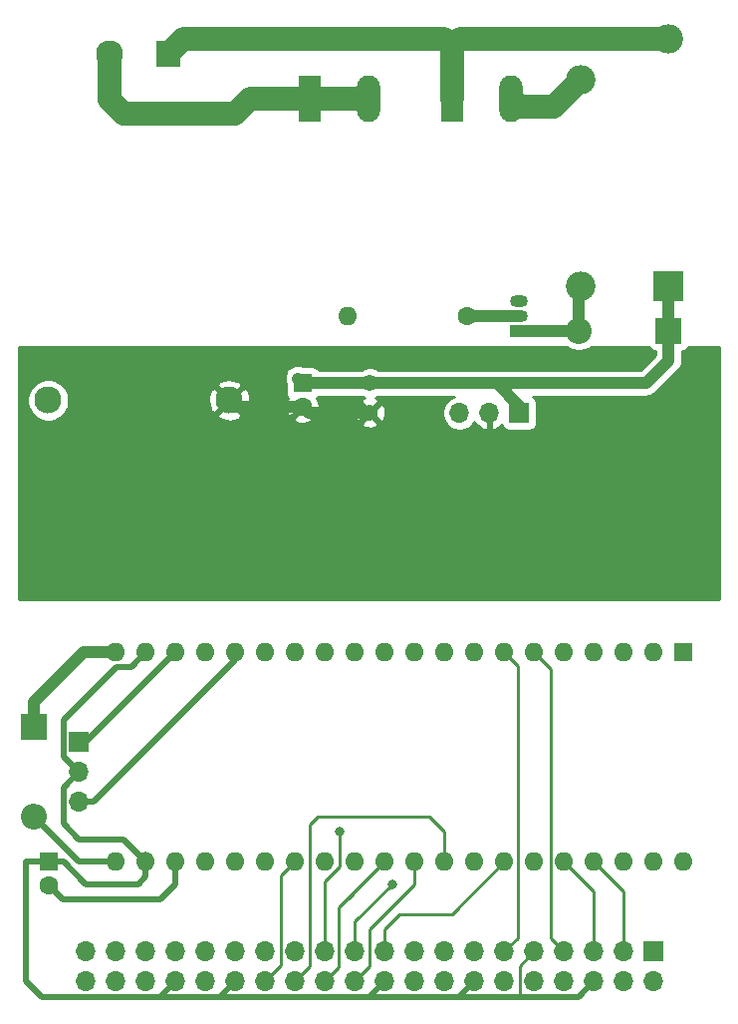
<source format=gbr>
%TF.GenerationSoftware,KiCad,Pcbnew,5.1.9-73d0e3b20d~88~ubuntu20.04.1*%
%TF.CreationDate,2021-03-24T09:58:02+01:00*%
%TF.ProjectId,TouchlessSwitch,546f7563-686c-4657-9373-537769746368,rev?*%
%TF.SameCoordinates,Original*%
%TF.FileFunction,Copper,L1,Top*%
%TF.FilePolarity,Positive*%
%FSLAX46Y46*%
G04 Gerber Fmt 4.6, Leading zero omitted, Abs format (unit mm)*
G04 Created by KiCad (PCBNEW 5.1.9-73d0e3b20d~88~ubuntu20.04.1) date 2021-03-24 09:58:02*
%MOMM*%
%LPD*%
G01*
G04 APERTURE LIST*
%TA.AperFunction,ComponentPad*%
%ADD10O,1.700000X1.700000*%
%TD*%
%TA.AperFunction,ComponentPad*%
%ADD11R,1.700000X1.700000*%
%TD*%
%TA.AperFunction,ComponentPad*%
%ADD12R,1.500000X1.050000*%
%TD*%
%TA.AperFunction,ComponentPad*%
%ADD13O,1.500000X1.050000*%
%TD*%
%TA.AperFunction,ComponentPad*%
%ADD14O,1.600000X1.600000*%
%TD*%
%TA.AperFunction,ComponentPad*%
%ADD15C,1.600000*%
%TD*%
%TA.AperFunction,ComponentPad*%
%ADD16O,2.200000X2.200000*%
%TD*%
%TA.AperFunction,ComponentPad*%
%ADD17R,2.200000X2.200000*%
%TD*%
%TA.AperFunction,ComponentPad*%
%ADD18O,1.980000X3.960000*%
%TD*%
%TA.AperFunction,ComponentPad*%
%ADD19R,1.980000X3.960000*%
%TD*%
%TA.AperFunction,ComponentPad*%
%ADD20O,2.500000X2.500000*%
%TD*%
%TA.AperFunction,ComponentPad*%
%ADD21R,2.500000X2.500000*%
%TD*%
%TA.AperFunction,ComponentPad*%
%ADD22R,1.600000X1.600000*%
%TD*%
%TA.AperFunction,ComponentPad*%
%ADD23C,2.300000*%
%TD*%
%TA.AperFunction,ComponentPad*%
%ADD24R,2.000000X2.300000*%
%TD*%
%TA.AperFunction,ComponentPad*%
%ADD25C,1.400000*%
%TD*%
%TA.AperFunction,ViaPad*%
%ADD26C,0.800000*%
%TD*%
%TA.AperFunction,Conductor*%
%ADD27C,1.000000*%
%TD*%
%TA.AperFunction,Conductor*%
%ADD28C,0.500000*%
%TD*%
%TA.AperFunction,Conductor*%
%ADD29C,0.250000*%
%TD*%
%TA.AperFunction,Conductor*%
%ADD30C,2.000000*%
%TD*%
%TA.AperFunction,Conductor*%
%ADD31C,0.254000*%
%TD*%
%TA.AperFunction,Conductor*%
%ADD32C,0.100000*%
%TD*%
G04 APERTURE END LIST*
D10*
%TO.P,K3,3*%
%TO.N,Net-(K3-Pad3)*%
X153035000Y-141605000D03*
%TO.P,K3,2*%
%TO.N,GND1*%
X153035000Y-139065000D03*
D11*
%TO.P,K3,1*%
%TO.N,+3V3*%
X153035000Y-136525000D03*
%TD*%
D10*
%TO.P,K5,3*%
%TO.N,Net-(K5-Pad3)*%
X185420000Y-108585000D03*
%TO.P,K5,2*%
%TO.N,GND*%
X187960000Y-108585000D03*
D11*
%TO.P,K5,1*%
%TO.N,Net-(C1-Pad1)*%
X190500000Y-108585000D03*
%TD*%
D12*
%TO.P,T1,1*%
%TO.N,Net-(D2-Pad2)*%
X190500000Y-101600000D03*
D13*
%TO.P,T1,3*%
%TO.N,GND*%
X190500000Y-99060000D03*
%TO.P,T1,2*%
%TO.N,Net-(R1-Pad1)*%
X190500000Y-100330000D03*
%TD*%
D14*
%TO.P,R1,2*%
%TO.N,Net-(K5-Pad3)*%
X175895000Y-100330000D03*
D15*
%TO.P,R1,1*%
%TO.N,Net-(R1-Pad1)*%
X186055000Y-100330000D03*
%TD*%
D16*
%TO.P,D2,2*%
%TO.N,Net-(D2-Pad2)*%
X195580000Y-101600000D03*
D17*
%TO.P,D2,1*%
%TO.N,Net-(C1-Pad1)*%
X203200000Y-101600000D03*
%TD*%
D18*
%TO.P,K2,2*%
%TO.N,Net-(K2-Pad1)*%
X177720000Y-81915000D03*
D19*
%TO.P,K2,1*%
X172720000Y-81915000D03*
%TD*%
D18*
%TO.P,K1,2*%
%TO.N,Net-(K1-Pad2)*%
X189785000Y-81915000D03*
D19*
%TO.P,K1,1*%
%TO.N,Net-(K1-Pad1)*%
X184785000Y-81915000D03*
%TD*%
D10*
%TO.P,K4,40*%
%TO.N,Net-(K4-Pad40)*%
X153670000Y-156845000D03*
%TO.P,K4,39*%
%TO.N,Net-(K4-Pad39)*%
X153670000Y-154305000D03*
%TO.P,K4,38*%
%TO.N,Net-(K4-Pad38)*%
X156210000Y-156845000D03*
%TO.P,K4,37*%
%TO.N,Net-(K4-Pad37)*%
X156210000Y-154305000D03*
%TO.P,K4,36*%
%TO.N,Net-(K4-Pad36)*%
X158750000Y-156845000D03*
%TO.P,K4,35*%
%TO.N,Net-(K4-Pad35)*%
X158750000Y-154305000D03*
%TO.P,K4,34*%
%TO.N,GND1*%
X161290000Y-156845000D03*
%TO.P,K4,33*%
%TO.N,Net-(K4-Pad33)*%
X161290000Y-154305000D03*
%TO.P,K4,32*%
%TO.N,Net-(K4-Pad32)*%
X163830000Y-156845000D03*
%TO.P,K4,31*%
%TO.N,Net-(K4-Pad31)*%
X163830000Y-154305000D03*
%TO.P,K4,30*%
%TO.N,GND1*%
X166370000Y-156845000D03*
%TO.P,K4,29*%
%TO.N,Net-(K4-Pad29)*%
X166370000Y-154305000D03*
%TO.P,K4,28*%
%TO.N,T_CS*%
X168910000Y-156845000D03*
%TO.P,K4,27*%
%TO.N,Net-(K4-Pad27)*%
X168910000Y-154305000D03*
%TO.P,K4,26*%
%TO.N,CS*%
X171450000Y-156845000D03*
%TO.P,K4,25*%
%TO.N,GND1*%
X171450000Y-154305000D03*
%TO.P,K4,24*%
%TO.N,RST*%
X173990000Y-156845000D03*
%TO.P,K4,23*%
%TO.N,Net-(K4-Pad23)*%
X173990000Y-154305000D03*
%TO.P,K4,22*%
%TO.N,DC*%
X176530000Y-156845000D03*
%TO.P,K4,21*%
%TO.N,Net-(K4-Pad21)*%
X176530000Y-154305000D03*
%TO.P,K4,20*%
%TO.N,GND1*%
X179070000Y-156845000D03*
%TO.P,K4,19*%
%TO.N,Net-(K4-Pad19)*%
X179070000Y-154305000D03*
%TO.P,K4,18*%
%TO.N,Net-(K4-Pad18)*%
X181610000Y-156845000D03*
%TO.P,K4,17*%
%TO.N,+3V3*%
X181610000Y-154305000D03*
%TO.P,K4,16*%
%TO.N,Net-(K4-Pad16)*%
X184150000Y-156845000D03*
%TO.P,K4,15*%
%TO.N,Net-(K4-Pad15)*%
X184150000Y-154305000D03*
%TO.P,K4,14*%
%TO.N,GND1*%
X186690000Y-156845000D03*
%TO.P,K4,13*%
%TO.N,Net-(K4-Pad13)*%
X186690000Y-154305000D03*
%TO.P,K4,12*%
%TO.N,Net-(K4-Pad12)*%
X189230000Y-156845000D03*
%TO.P,K4,11*%
%TO.N,MGC_RST*%
X189230000Y-154305000D03*
%TO.P,K4,10*%
%TO.N,Net-(K4-Pad10)*%
X191770000Y-156845000D03*
%TO.P,K4,9*%
%TO.N,GND1*%
X191770000Y-154305000D03*
%TO.P,K4,8*%
%TO.N,Net-(K4-Pad8)*%
X194310000Y-156845000D03*
%TO.P,K4,7*%
%TO.N,INT*%
X194310000Y-154305000D03*
%TO.P,K4,6*%
%TO.N,GND1*%
X196850000Y-156845000D03*
%TO.P,K4,5*%
%TO.N,Net-(K4-Pad5)*%
X196850000Y-154305000D03*
%TO.P,K4,4*%
%TO.N,5V*%
X199390000Y-156845000D03*
%TO.P,K4,3*%
%TO.N,Net-(K4-Pad3)*%
X199390000Y-154305000D03*
%TO.P,K4,2*%
%TO.N,5V*%
X201930000Y-156845000D03*
D11*
%TO.P,K4,1*%
%TO.N,+3V3*%
X201930000Y-154305000D03*
%TD*%
D20*
%TO.P,RE1,6*%
%TO.N,Net-(D2-Pad2)*%
X195700000Y-97790000D03*
%TO.P,RE1,5*%
%TO.N,Net-(K1-Pad2)*%
X195700000Y-80290000D03*
%TO.P,RE1,3*%
%TO.N,Net-(K1-Pad1)*%
X203200000Y-76790000D03*
D21*
%TO.P,RE1,1*%
%TO.N,Net-(C1-Pad1)*%
X203200000Y-97790000D03*
%TD*%
D14*
%TO.P,MOD3,40*%
%TO.N,Net-(MOD3-Pad40)*%
X204470000Y-146685000D03*
%TO.P,MOD3,20*%
%TO.N,5V*%
X156210000Y-128905000D03*
%TO.P,MOD3,39*%
%TO.N,Net-(MOD3-Pad39)*%
X201930000Y-146685000D03*
%TO.P,MOD3,19*%
%TO.N,GND1*%
X158750000Y-128905000D03*
%TO.P,MOD3,38*%
%TO.N,Net-(MOD3-Pad38)*%
X199390000Y-146685000D03*
%TO.P,MOD3,18*%
%TO.N,+3V3*%
X161290000Y-128905000D03*
%TO.P,MOD3,37*%
%TO.N,Net-(K4-Pad3)*%
X196850000Y-146685000D03*
%TO.P,MOD3,17*%
%TO.N,Net-(MOD3-Pad17)*%
X163830000Y-128905000D03*
%TO.P,MOD3,36*%
%TO.N,Net-(K4-Pad5)*%
X194310000Y-146685000D03*
%TO.P,MOD3,16*%
%TO.N,Net-(K3-Pad3)*%
X166370000Y-128905000D03*
%TO.P,MOD3,35*%
%TO.N,Net-(K4-Pad21)*%
X191770000Y-146685000D03*
%TO.P,MOD3,15*%
%TO.N,Net-(MOD3-Pad15)*%
X168910000Y-128905000D03*
%TO.P,MOD3,34*%
%TO.N,Net-(K4-Pad19)*%
X189230000Y-146685000D03*
%TO.P,MOD3,14*%
%TO.N,Net-(MOD3-Pad14)*%
X171450000Y-128905000D03*
%TO.P,MOD3,33*%
%TO.N,Net-(K4-Pad23)*%
X186690000Y-146685000D03*
%TO.P,MOD3,13*%
%TO.N,Net-(MOD3-Pad13)*%
X173990000Y-128905000D03*
%TO.P,MOD3,32*%
%TO.N,CS*%
X184150000Y-146685000D03*
%TO.P,MOD3,12*%
%TO.N,Net-(MOD3-Pad12)*%
X176530000Y-128905000D03*
%TO.P,MOD3,31*%
%TO.N,DC*%
X181610000Y-146685000D03*
%TO.P,MOD3,11*%
%TO.N,Net-(MOD3-Pad11)*%
X179070000Y-128905000D03*
%TO.P,MOD3,30*%
%TO.N,RST*%
X179070000Y-146685000D03*
%TO.P,MOD3,10*%
%TO.N,Net-(MOD3-Pad10)*%
X181610000Y-128905000D03*
%TO.P,MOD3,29*%
%TO.N,Net-(MOD3-Pad29)*%
X176530000Y-146685000D03*
%TO.P,MOD3,9*%
%TO.N,Net-(MOD3-Pad9)*%
X184150000Y-128905000D03*
%TO.P,MOD3,28*%
%TO.N,Net-(MOD3-Pad28)*%
X173990000Y-146685000D03*
%TO.P,MOD3,8*%
%TO.N,Net-(MOD3-Pad8)*%
X186690000Y-128905000D03*
%TO.P,MOD3,27*%
%TO.N,T_CS*%
X171450000Y-146685000D03*
%TO.P,MOD3,7*%
%TO.N,MGC_RST*%
X189230000Y-128905000D03*
%TO.P,MOD3,26*%
%TO.N,Net-(MOD3-Pad26)*%
X168910000Y-146685000D03*
%TO.P,MOD3,6*%
%TO.N,INT*%
X191770000Y-128905000D03*
%TO.P,MOD3,25*%
%TO.N,Net-(MOD3-Pad25)*%
X166370000Y-146685000D03*
%TO.P,MOD3,5*%
%TO.N,Net-(MOD3-Pad5)*%
X194310000Y-128905000D03*
%TO.P,MOD3,24*%
%TO.N,Net-(MOD3-Pad24)*%
X163830000Y-146685000D03*
%TO.P,MOD3,4*%
%TO.N,Net-(MOD3-Pad4)*%
X196850000Y-128905000D03*
%TO.P,MOD3,23*%
%TO.N,Net-(C4-Pad2)*%
X161290000Y-146685000D03*
%TO.P,MOD3,3*%
%TO.N,Net-(MOD3-Pad3)*%
X199390000Y-128905000D03*
%TO.P,MOD3,22*%
%TO.N,GND1*%
X158750000Y-146685000D03*
%TO.P,MOD3,2*%
%TO.N,Net-(MOD3-Pad2)*%
X201930000Y-128905000D03*
%TO.P,MOD3,21*%
%TO.N,Net-(D1-Pad2)*%
X156210000Y-146685000D03*
D22*
%TO.P,MOD3,1*%
%TO.N,Net-(MOD3-Pad1)*%
X204470000Y-128905000D03*
%TD*%
D23*
%TO.P,MOD1,4*%
%TO.N,Net-(C1-Pad1)*%
X150455000Y-107505000D03*
%TO.P,MOD1,2*%
%TO.N,Net-(K2-Pad1)*%
X155655000Y-78105000D03*
D24*
%TO.P,MOD1,1*%
%TO.N,Net-(K1-Pad1)*%
X160655000Y-78105000D03*
D23*
%TO.P,MOD1,3*%
%TO.N,GND*%
X165855000Y-107505000D03*
%TD*%
D16*
%TO.P,D1,2*%
%TO.N,Net-(D1-Pad2)*%
X149225000Y-142875000D03*
D17*
%TO.P,D1,1*%
%TO.N,5V*%
X149225000Y-135255000D03*
%TD*%
D15*
%TO.P,C4,2*%
%TO.N,Net-(C4-Pad2)*%
X150495000Y-148685000D03*
D22*
%TO.P,C4,1*%
%TO.N,GND1*%
X150495000Y-146685000D03*
%TD*%
D25*
%TO.P,C2,2*%
%TO.N,GND*%
X177800000Y-108545000D03*
%TO.P,C2,1*%
%TO.N,Net-(C1-Pad1)*%
X177800000Y-106045000D03*
%TD*%
D15*
%TO.P,C1,2*%
%TO.N,GND*%
X172085000Y-108045000D03*
D22*
%TO.P,C1,1*%
%TO.N,Net-(C1-Pad1)*%
X172085000Y-106045000D03*
%TD*%
D26*
%TO.N,Net-(K4-Pad23)*%
X175260000Y-144145000D03*
%TO.N,Net-(K4-Pad21)*%
X179705000Y-148590000D03*
%TD*%
D27*
%TO.N,GND*%
X166395000Y-108045000D02*
X172085000Y-108045000D01*
X165855000Y-107505000D02*
X166395000Y-108045000D01*
X172585000Y-108545000D02*
X172085000Y-108045000D01*
X177800000Y-108545000D02*
X172585000Y-108545000D01*
D28*
%TO.N,GND1*%
X158750000Y-146685000D02*
X158750000Y-147955000D01*
X158750000Y-147955000D02*
X158115000Y-148590000D01*
X158115000Y-148590000D02*
X153670000Y-148590000D01*
X151765000Y-146685000D02*
X150495000Y-146685000D01*
X153670000Y-148590000D02*
X151765000Y-146685000D01*
X158750000Y-146050000D02*
X158750000Y-146685000D01*
X161290000Y-156845000D02*
X159989999Y-158145001D01*
X149890001Y-158145001D02*
X148590000Y-156845000D01*
X148590000Y-156845000D02*
X148590000Y-146685000D01*
X165069999Y-158145001D02*
X166370000Y-156845000D01*
X159415001Y-158145001D02*
X165069999Y-158145001D01*
X159989999Y-158145001D02*
X159415001Y-158145001D01*
X159415001Y-158145001D02*
X149890001Y-158145001D01*
X177769999Y-158145001D02*
X179070000Y-156845000D01*
X165069999Y-158145001D02*
X177769999Y-158145001D01*
X185389999Y-158145001D02*
X186690000Y-156845000D01*
X177769999Y-158145001D02*
X185389999Y-158145001D01*
X195549999Y-158145001D02*
X196850000Y-156845000D01*
D29*
X191770000Y-154305000D02*
X190530001Y-155544999D01*
X190530001Y-155544999D02*
X190530001Y-158145001D01*
D28*
X190530001Y-158145001D02*
X195549999Y-158145001D01*
X185389999Y-158145001D02*
X190530001Y-158145001D01*
X148590000Y-146685000D02*
X150495000Y-146685000D01*
%TO.N,+3V3*%
X153670000Y-136525000D02*
X161290000Y-128905000D01*
X153035000Y-136525000D02*
X153670000Y-136525000D01*
D29*
%TO.N,RST*%
X173990000Y-156845000D02*
X175165001Y-155669999D01*
X175165001Y-152940001D02*
X175165001Y-151859999D01*
X175165001Y-155669999D02*
X175165001Y-152940001D01*
X175165001Y-152940001D02*
X175165001Y-152494999D01*
X175985000Y-149770000D02*
X179070000Y-146685000D01*
X175165001Y-150589999D02*
X179070000Y-146685000D01*
X175165001Y-151859999D02*
X175165001Y-150589999D01*
D28*
%TO.N,Net-(D1-Pad2)*%
X156210000Y-146685000D02*
X154305000Y-146685000D01*
X153035000Y-146685000D02*
X154305000Y-146685000D01*
X149225000Y-142875000D02*
X153035000Y-146685000D01*
D27*
%TO.N,Net-(C1-Pad1)*%
X172085000Y-106045000D02*
X171694999Y-105654999D01*
X172085000Y-106045000D02*
X177800000Y-106045000D01*
X203200000Y-97790000D02*
X203200000Y-101600000D01*
X203200000Y-104140000D02*
X203200000Y-101600000D01*
X201295000Y-106045000D02*
X203200000Y-104140000D01*
D30*
%TO.N,Net-(K1-Pad1)*%
X203200000Y-76790000D02*
X185465000Y-76790000D01*
X184785000Y-77470000D02*
X184785000Y-81915000D01*
X185465000Y-76790000D02*
X184785000Y-77470000D01*
X161925000Y-76835000D02*
X184150000Y-76835000D01*
X184150000Y-76835000D02*
X184785000Y-77470000D01*
X160655000Y-78105000D02*
X161925000Y-76835000D01*
%TO.N,Net-(K2-Pad1)*%
X155655000Y-78105000D02*
X155655000Y-81995000D01*
X172720000Y-81915000D02*
X167640000Y-81915000D01*
X167640000Y-81915000D02*
X166370000Y-83185000D01*
X166370000Y-83185000D02*
X156845000Y-83185000D01*
X155655000Y-81995000D02*
X156845000Y-83185000D01*
X172720000Y-81915000D02*
X177720000Y-81915000D01*
D29*
%TO.N,T_CS*%
X170274999Y-147860001D02*
X171450000Y-146685000D01*
X170274999Y-155480001D02*
X170274999Y-147860001D01*
X168910000Y-156845000D02*
X170274999Y-155480001D01*
%TO.N,CS*%
X184150000Y-144145000D02*
X184150000Y-146685000D01*
X182880000Y-142875000D02*
X184150000Y-144145000D01*
X173355000Y-142875000D02*
X182880000Y-142875000D01*
X172720000Y-143510000D02*
X173355000Y-142875000D01*
X172720000Y-155575000D02*
X172720000Y-143510000D01*
X171450000Y-156845000D02*
X172720000Y-155575000D01*
%TO.N,Net-(K4-Pad23)*%
X175260000Y-147080002D02*
X175260000Y-144145000D01*
X173990000Y-148350002D02*
X175260000Y-147080002D01*
X173990000Y-154305000D02*
X173990000Y-148350002D01*
%TO.N,DC*%
X181610000Y-148590000D02*
X181610000Y-146685000D01*
X177800000Y-152400000D02*
X181610000Y-148590000D01*
X177800000Y-155575000D02*
X177800000Y-152400000D01*
X176530000Y-156845000D02*
X177800000Y-155575000D01*
%TO.N,Net-(K4-Pad21)*%
X179705000Y-148590000D02*
X176530000Y-151765000D01*
X176530000Y-151765000D02*
X176530000Y-154305000D01*
%TO.N,Net-(K4-Pad19)*%
X189230000Y-146685000D02*
X184785000Y-151130000D01*
X184785000Y-151130000D02*
X180340000Y-151130000D01*
X179070000Y-152400000D02*
X179070000Y-154305000D01*
X180340000Y-151130000D02*
X179070000Y-152400000D01*
%TO.N,Net-(K4-Pad5)*%
X194310000Y-146685000D02*
X196850000Y-149225000D01*
X196850000Y-149225000D02*
X196850000Y-154305000D01*
D27*
%TO.N,5V*%
X153475000Y-128905000D02*
X156210000Y-128905000D01*
X149225000Y-133155000D02*
X153475000Y-128905000D01*
X149225000Y-135255000D02*
X149225000Y-133155000D01*
D29*
%TO.N,Net-(K4-Pad3)*%
X199390000Y-149225000D02*
X196850000Y-146685000D01*
X199390000Y-154305000D02*
X199390000Y-149225000D01*
D30*
%TO.N,Net-(K1-Pad2)*%
X189785000Y-81915000D02*
X189865000Y-81915000D01*
X189865000Y-81915000D02*
X190500000Y-82550000D01*
X193440000Y-82550000D02*
X195700000Y-80290000D01*
X190500000Y-82550000D02*
X193440000Y-82550000D01*
D27*
%TO.N,Net-(D2-Pad2)*%
X190500000Y-101600000D02*
X195580000Y-101600000D01*
X195580000Y-97910000D02*
X195700000Y-97790000D01*
X195580000Y-101600000D02*
X195580000Y-97910000D01*
%TO.N,Net-(R1-Pad1)*%
X186055000Y-100330000D02*
X190500000Y-100330000D01*
%TO.N,Net-(C1-Pad1)*%
X190500000Y-108585000D02*
X190500000Y-107950000D01*
X188595000Y-106045000D02*
X201295000Y-106045000D01*
X190500000Y-107950000D02*
X188595000Y-106045000D01*
X177800000Y-106045000D02*
X188595000Y-106045000D01*
D28*
%TO.N,Net-(C4-Pad2)*%
X161290000Y-148590000D02*
X161290000Y-146685000D01*
X160020000Y-149860000D02*
X161290000Y-148590000D01*
X151670000Y-149860000D02*
X160020000Y-149860000D01*
X150495000Y-148685000D02*
X151670000Y-149860000D01*
D29*
%TO.N,MGC_RST*%
X190355001Y-130030001D02*
X189230000Y-128905000D01*
X190355001Y-153179999D02*
X190355001Y-130030001D01*
X189230000Y-154305000D02*
X190355001Y-153179999D01*
%TO.N,INT*%
X193184999Y-153179999D02*
X194310000Y-154305000D01*
X193184999Y-130319999D02*
X193184999Y-153179999D01*
X191770000Y-128905000D02*
X193184999Y-130319999D01*
D28*
%TO.N,GND1*%
X151734999Y-137764999D02*
X153035000Y-139065000D01*
X151734999Y-134650001D02*
X151734999Y-137764999D01*
X156229999Y-130155001D02*
X151734999Y-134650001D01*
X157499999Y-130155001D02*
X156229999Y-130155001D01*
X158750000Y-128905000D02*
X157499999Y-130155001D01*
X153035000Y-139065000D02*
X151734999Y-140365001D01*
X151734999Y-140365001D02*
X151734999Y-143479999D01*
X158750000Y-146685000D02*
X156845000Y-144780000D01*
X153035000Y-144780000D02*
X151734999Y-143479999D01*
X156845000Y-144780000D02*
X153035000Y-144780000D01*
%TO.N,Net-(K3-Pad3)*%
X153035000Y-141605000D02*
X154305000Y-141605000D01*
X166370000Y-129540000D02*
X166370000Y-128905000D01*
X154305000Y-141605000D02*
X166370000Y-129540000D01*
%TD*%
D31*
%TO.N,GND*%
X194758169Y-103137537D02*
X195073919Y-103268325D01*
X195409117Y-103335000D01*
X195750883Y-103335000D01*
X196086081Y-103268325D01*
X196401831Y-103137537D01*
X196612160Y-102997000D01*
X201538731Y-102997000D01*
X201569463Y-103054494D01*
X201648815Y-103151185D01*
X201745506Y-103230537D01*
X201855820Y-103289502D01*
X201975518Y-103325812D01*
X202065000Y-103334625D01*
X202065000Y-103669868D01*
X200824869Y-104910000D01*
X188650751Y-104910000D01*
X188595000Y-104904509D01*
X188539249Y-104910000D01*
X178504288Y-104910000D01*
X178432359Y-104861939D01*
X178189405Y-104761304D01*
X177931486Y-104710000D01*
X177668514Y-104710000D01*
X177410595Y-104761304D01*
X177167641Y-104861939D01*
X177095712Y-104910000D01*
X173425957Y-104910000D01*
X173415537Y-104890506D01*
X173336185Y-104793815D01*
X173239494Y-104714463D01*
X173129180Y-104655498D01*
X173009482Y-104619188D01*
X172885000Y-104606928D01*
X172141931Y-104606928D01*
X172131445Y-104601323D01*
X171917497Y-104536422D01*
X171694999Y-104514508D01*
X171472501Y-104536422D01*
X171258553Y-104601323D01*
X171239724Y-104611387D01*
X171160518Y-104619188D01*
X171040820Y-104655498D01*
X170930506Y-104714463D01*
X170833815Y-104793815D01*
X170754463Y-104890506D01*
X170695498Y-105000820D01*
X170659188Y-105120518D01*
X170651387Y-105199724D01*
X170641323Y-105218553D01*
X170576422Y-105432501D01*
X170554508Y-105654999D01*
X170576422Y-105877497D01*
X170641323Y-106091445D01*
X170646928Y-106101931D01*
X170646928Y-106845000D01*
X170659188Y-106969482D01*
X170695498Y-107089180D01*
X170754463Y-107199494D01*
X170833815Y-107296185D01*
X170846758Y-107306807D01*
X170727429Y-107558996D01*
X170658700Y-107833184D01*
X170644783Y-108115512D01*
X170686213Y-108395130D01*
X170781397Y-108661292D01*
X170848329Y-108786514D01*
X171092298Y-108858097D01*
X171905395Y-108045000D01*
X171891253Y-108030858D01*
X172070858Y-107851253D01*
X172085000Y-107865395D01*
X172099143Y-107851253D01*
X172278748Y-108030858D01*
X172264605Y-108045000D01*
X173077702Y-108858097D01*
X173321671Y-108786514D01*
X173400710Y-108619473D01*
X176460610Y-108619473D01*
X176500875Y-108879344D01*
X176591065Y-109126366D01*
X176644963Y-109227203D01*
X176878731Y-109286664D01*
X177620395Y-108545000D01*
X177979605Y-108545000D01*
X178721269Y-109286664D01*
X178955037Y-109227203D01*
X179065934Y-108988758D01*
X179128183Y-108733260D01*
X179139390Y-108470527D01*
X179099125Y-108210656D01*
X179008935Y-107963634D01*
X178955037Y-107862797D01*
X178721269Y-107803336D01*
X177979605Y-108545000D01*
X177620395Y-108545000D01*
X176878731Y-107803336D01*
X176644963Y-107862797D01*
X176534066Y-108101242D01*
X176471817Y-108356740D01*
X176460610Y-108619473D01*
X173400710Y-108619473D01*
X173442571Y-108531004D01*
X173511300Y-108256816D01*
X173525217Y-107974488D01*
X173483787Y-107694870D01*
X173388603Y-107428708D01*
X173323384Y-107306691D01*
X173336185Y-107296185D01*
X173415537Y-107199494D01*
X173425957Y-107180000D01*
X177095712Y-107180000D01*
X177167641Y-107228061D01*
X177330118Y-107295361D01*
X177218634Y-107336065D01*
X177117797Y-107389963D01*
X177058336Y-107623731D01*
X177800000Y-108365395D01*
X178541664Y-107623731D01*
X178482203Y-107389963D01*
X178274596Y-107293408D01*
X178432359Y-107228061D01*
X178504288Y-107180000D01*
X184931479Y-107180000D01*
X184716589Y-107269010D01*
X184473368Y-107431525D01*
X184266525Y-107638368D01*
X184104010Y-107881589D01*
X183992068Y-108151842D01*
X183935000Y-108438740D01*
X183935000Y-108731260D01*
X183992068Y-109018158D01*
X184104010Y-109288411D01*
X184266525Y-109531632D01*
X184473368Y-109738475D01*
X184716589Y-109900990D01*
X184986842Y-110012932D01*
X185273740Y-110070000D01*
X185566260Y-110070000D01*
X185853158Y-110012932D01*
X186123411Y-109900990D01*
X186366632Y-109738475D01*
X186573475Y-109531632D01*
X186695195Y-109349466D01*
X186764822Y-109466355D01*
X186959731Y-109682588D01*
X187193080Y-109856641D01*
X187455901Y-109981825D01*
X187603110Y-110026476D01*
X187833000Y-109905155D01*
X187833000Y-108712000D01*
X187813000Y-108712000D01*
X187813000Y-108458000D01*
X187833000Y-108458000D01*
X187833000Y-108438000D01*
X188087000Y-108438000D01*
X188087000Y-108458000D01*
X188107000Y-108458000D01*
X188107000Y-108712000D01*
X188087000Y-108712000D01*
X188087000Y-109905155D01*
X188316890Y-110026476D01*
X188464099Y-109981825D01*
X188726920Y-109856641D01*
X188960269Y-109682588D01*
X189036034Y-109598534D01*
X189060498Y-109679180D01*
X189119463Y-109789494D01*
X189198815Y-109886185D01*
X189295506Y-109965537D01*
X189405820Y-110024502D01*
X189525518Y-110060812D01*
X189650000Y-110073072D01*
X191350000Y-110073072D01*
X191474482Y-110060812D01*
X191594180Y-110024502D01*
X191704494Y-109965537D01*
X191801185Y-109886185D01*
X191880537Y-109789494D01*
X191939502Y-109679180D01*
X191975812Y-109559482D01*
X191988072Y-109435000D01*
X191988072Y-107735000D01*
X191975812Y-107610518D01*
X191939502Y-107490820D01*
X191880537Y-107380506D01*
X191801185Y-107283815D01*
X191704494Y-107204463D01*
X191658728Y-107180000D01*
X201239249Y-107180000D01*
X201295000Y-107185491D01*
X201350751Y-107180000D01*
X201350752Y-107180000D01*
X201517499Y-107163577D01*
X201731447Y-107098676D01*
X201928623Y-106993284D01*
X202101449Y-106851449D01*
X202136996Y-106808135D01*
X203963141Y-104981991D01*
X204006449Y-104946449D01*
X204148284Y-104773623D01*
X204253676Y-104576447D01*
X204318577Y-104362499D01*
X204335000Y-104195752D01*
X204335000Y-104195751D01*
X204340491Y-104140000D01*
X204335000Y-104084248D01*
X204335000Y-103334625D01*
X204424482Y-103325812D01*
X204544180Y-103289502D01*
X204654494Y-103230537D01*
X204751185Y-103151185D01*
X204830537Y-103054494D01*
X204861269Y-102997000D01*
X207518000Y-102997000D01*
X207518000Y-124435000D01*
X147980000Y-124435000D01*
X147980000Y-107329193D01*
X148670000Y-107329193D01*
X148670000Y-107680807D01*
X148738596Y-108025665D01*
X148873153Y-108350515D01*
X149068500Y-108642871D01*
X149317129Y-108891500D01*
X149609485Y-109086847D01*
X149934335Y-109221404D01*
X150279193Y-109290000D01*
X150630807Y-109290000D01*
X150975665Y-109221404D01*
X151300515Y-109086847D01*
X151592871Y-108891500D01*
X151737022Y-108747349D01*
X164792256Y-108747349D01*
X164906118Y-109027090D01*
X165221296Y-109182961D01*
X165560826Y-109274349D01*
X165911661Y-109297741D01*
X166260319Y-109252240D01*
X166593400Y-109139594D01*
X166784028Y-109037702D01*
X171271903Y-109037702D01*
X171343486Y-109281671D01*
X171598996Y-109402571D01*
X171873184Y-109471300D01*
X172155512Y-109485217D01*
X172283395Y-109466269D01*
X177058336Y-109466269D01*
X177117797Y-109700037D01*
X177356242Y-109810934D01*
X177611740Y-109873183D01*
X177874473Y-109884390D01*
X178134344Y-109844125D01*
X178381366Y-109753935D01*
X178482203Y-109700037D01*
X178541664Y-109466269D01*
X177800000Y-108724605D01*
X177058336Y-109466269D01*
X172283395Y-109466269D01*
X172435130Y-109443787D01*
X172701292Y-109348603D01*
X172826514Y-109281671D01*
X172898097Y-109037702D01*
X172085000Y-108224605D01*
X171271903Y-109037702D01*
X166784028Y-109037702D01*
X166803882Y-109027090D01*
X166917744Y-108747349D01*
X165855000Y-107684605D01*
X164792256Y-108747349D01*
X151737022Y-108747349D01*
X151841500Y-108642871D01*
X152036847Y-108350515D01*
X152171404Y-108025665D01*
X152240000Y-107680807D01*
X152240000Y-107561661D01*
X164062259Y-107561661D01*
X164107760Y-107910319D01*
X164220406Y-108243400D01*
X164332910Y-108453882D01*
X164612651Y-108567744D01*
X165675395Y-107505000D01*
X166034605Y-107505000D01*
X167097349Y-108567744D01*
X167377090Y-108453882D01*
X167532961Y-108138704D01*
X167624349Y-107799174D01*
X167647741Y-107448339D01*
X167602240Y-107099681D01*
X167489594Y-106766600D01*
X167377090Y-106556118D01*
X167097349Y-106442256D01*
X166034605Y-107505000D01*
X165675395Y-107505000D01*
X164612651Y-106442256D01*
X164332910Y-106556118D01*
X164177039Y-106871296D01*
X164085651Y-107210826D01*
X164062259Y-107561661D01*
X152240000Y-107561661D01*
X152240000Y-107329193D01*
X152171404Y-106984335D01*
X152036847Y-106659485D01*
X151841500Y-106367129D01*
X151737022Y-106262651D01*
X164792256Y-106262651D01*
X165855000Y-107325395D01*
X166917744Y-106262651D01*
X166803882Y-105982910D01*
X166488704Y-105827039D01*
X166149174Y-105735651D01*
X165798339Y-105712259D01*
X165449681Y-105757760D01*
X165116600Y-105870406D01*
X164906118Y-105982910D01*
X164792256Y-106262651D01*
X151737022Y-106262651D01*
X151592871Y-106118500D01*
X151300515Y-105923153D01*
X150975665Y-105788596D01*
X150630807Y-105720000D01*
X150279193Y-105720000D01*
X149934335Y-105788596D01*
X149609485Y-105923153D01*
X149317129Y-106118500D01*
X149068500Y-106367129D01*
X148873153Y-106659485D01*
X148738596Y-106984335D01*
X148670000Y-107329193D01*
X147980000Y-107329193D01*
X147980000Y-102997000D01*
X194547840Y-102997000D01*
X194758169Y-103137537D01*
%TA.AperFunction,Conductor*%
D32*
G36*
X194758169Y-103137537D02*
G01*
X195073919Y-103268325D01*
X195409117Y-103335000D01*
X195750883Y-103335000D01*
X196086081Y-103268325D01*
X196401831Y-103137537D01*
X196612160Y-102997000D01*
X201538731Y-102997000D01*
X201569463Y-103054494D01*
X201648815Y-103151185D01*
X201745506Y-103230537D01*
X201855820Y-103289502D01*
X201975518Y-103325812D01*
X202065000Y-103334625D01*
X202065000Y-103669868D01*
X200824869Y-104910000D01*
X188650751Y-104910000D01*
X188595000Y-104904509D01*
X188539249Y-104910000D01*
X178504288Y-104910000D01*
X178432359Y-104861939D01*
X178189405Y-104761304D01*
X177931486Y-104710000D01*
X177668514Y-104710000D01*
X177410595Y-104761304D01*
X177167641Y-104861939D01*
X177095712Y-104910000D01*
X173425957Y-104910000D01*
X173415537Y-104890506D01*
X173336185Y-104793815D01*
X173239494Y-104714463D01*
X173129180Y-104655498D01*
X173009482Y-104619188D01*
X172885000Y-104606928D01*
X172141931Y-104606928D01*
X172131445Y-104601323D01*
X171917497Y-104536422D01*
X171694999Y-104514508D01*
X171472501Y-104536422D01*
X171258553Y-104601323D01*
X171239724Y-104611387D01*
X171160518Y-104619188D01*
X171040820Y-104655498D01*
X170930506Y-104714463D01*
X170833815Y-104793815D01*
X170754463Y-104890506D01*
X170695498Y-105000820D01*
X170659188Y-105120518D01*
X170651387Y-105199724D01*
X170641323Y-105218553D01*
X170576422Y-105432501D01*
X170554508Y-105654999D01*
X170576422Y-105877497D01*
X170641323Y-106091445D01*
X170646928Y-106101931D01*
X170646928Y-106845000D01*
X170659188Y-106969482D01*
X170695498Y-107089180D01*
X170754463Y-107199494D01*
X170833815Y-107296185D01*
X170846758Y-107306807D01*
X170727429Y-107558996D01*
X170658700Y-107833184D01*
X170644783Y-108115512D01*
X170686213Y-108395130D01*
X170781397Y-108661292D01*
X170848329Y-108786514D01*
X171092298Y-108858097D01*
X171905395Y-108045000D01*
X171891253Y-108030858D01*
X172070858Y-107851253D01*
X172085000Y-107865395D01*
X172099143Y-107851253D01*
X172278748Y-108030858D01*
X172264605Y-108045000D01*
X173077702Y-108858097D01*
X173321671Y-108786514D01*
X173400710Y-108619473D01*
X176460610Y-108619473D01*
X176500875Y-108879344D01*
X176591065Y-109126366D01*
X176644963Y-109227203D01*
X176878731Y-109286664D01*
X177620395Y-108545000D01*
X177979605Y-108545000D01*
X178721269Y-109286664D01*
X178955037Y-109227203D01*
X179065934Y-108988758D01*
X179128183Y-108733260D01*
X179139390Y-108470527D01*
X179099125Y-108210656D01*
X179008935Y-107963634D01*
X178955037Y-107862797D01*
X178721269Y-107803336D01*
X177979605Y-108545000D01*
X177620395Y-108545000D01*
X176878731Y-107803336D01*
X176644963Y-107862797D01*
X176534066Y-108101242D01*
X176471817Y-108356740D01*
X176460610Y-108619473D01*
X173400710Y-108619473D01*
X173442571Y-108531004D01*
X173511300Y-108256816D01*
X173525217Y-107974488D01*
X173483787Y-107694870D01*
X173388603Y-107428708D01*
X173323384Y-107306691D01*
X173336185Y-107296185D01*
X173415537Y-107199494D01*
X173425957Y-107180000D01*
X177095712Y-107180000D01*
X177167641Y-107228061D01*
X177330118Y-107295361D01*
X177218634Y-107336065D01*
X177117797Y-107389963D01*
X177058336Y-107623731D01*
X177800000Y-108365395D01*
X178541664Y-107623731D01*
X178482203Y-107389963D01*
X178274596Y-107293408D01*
X178432359Y-107228061D01*
X178504288Y-107180000D01*
X184931479Y-107180000D01*
X184716589Y-107269010D01*
X184473368Y-107431525D01*
X184266525Y-107638368D01*
X184104010Y-107881589D01*
X183992068Y-108151842D01*
X183935000Y-108438740D01*
X183935000Y-108731260D01*
X183992068Y-109018158D01*
X184104010Y-109288411D01*
X184266525Y-109531632D01*
X184473368Y-109738475D01*
X184716589Y-109900990D01*
X184986842Y-110012932D01*
X185273740Y-110070000D01*
X185566260Y-110070000D01*
X185853158Y-110012932D01*
X186123411Y-109900990D01*
X186366632Y-109738475D01*
X186573475Y-109531632D01*
X186695195Y-109349466D01*
X186764822Y-109466355D01*
X186959731Y-109682588D01*
X187193080Y-109856641D01*
X187455901Y-109981825D01*
X187603110Y-110026476D01*
X187833000Y-109905155D01*
X187833000Y-108712000D01*
X187813000Y-108712000D01*
X187813000Y-108458000D01*
X187833000Y-108458000D01*
X187833000Y-108438000D01*
X188087000Y-108438000D01*
X188087000Y-108458000D01*
X188107000Y-108458000D01*
X188107000Y-108712000D01*
X188087000Y-108712000D01*
X188087000Y-109905155D01*
X188316890Y-110026476D01*
X188464099Y-109981825D01*
X188726920Y-109856641D01*
X188960269Y-109682588D01*
X189036034Y-109598534D01*
X189060498Y-109679180D01*
X189119463Y-109789494D01*
X189198815Y-109886185D01*
X189295506Y-109965537D01*
X189405820Y-110024502D01*
X189525518Y-110060812D01*
X189650000Y-110073072D01*
X191350000Y-110073072D01*
X191474482Y-110060812D01*
X191594180Y-110024502D01*
X191704494Y-109965537D01*
X191801185Y-109886185D01*
X191880537Y-109789494D01*
X191939502Y-109679180D01*
X191975812Y-109559482D01*
X191988072Y-109435000D01*
X191988072Y-107735000D01*
X191975812Y-107610518D01*
X191939502Y-107490820D01*
X191880537Y-107380506D01*
X191801185Y-107283815D01*
X191704494Y-107204463D01*
X191658728Y-107180000D01*
X201239249Y-107180000D01*
X201295000Y-107185491D01*
X201350751Y-107180000D01*
X201350752Y-107180000D01*
X201517499Y-107163577D01*
X201731447Y-107098676D01*
X201928623Y-106993284D01*
X202101449Y-106851449D01*
X202136996Y-106808135D01*
X203963141Y-104981991D01*
X204006449Y-104946449D01*
X204148284Y-104773623D01*
X204253676Y-104576447D01*
X204318577Y-104362499D01*
X204335000Y-104195752D01*
X204335000Y-104195751D01*
X204340491Y-104140000D01*
X204335000Y-104084248D01*
X204335000Y-103334625D01*
X204424482Y-103325812D01*
X204544180Y-103289502D01*
X204654494Y-103230537D01*
X204751185Y-103151185D01*
X204830537Y-103054494D01*
X204861269Y-102997000D01*
X207518000Y-102997000D01*
X207518000Y-124435000D01*
X147980000Y-124435000D01*
X147980000Y-107329193D01*
X148670000Y-107329193D01*
X148670000Y-107680807D01*
X148738596Y-108025665D01*
X148873153Y-108350515D01*
X149068500Y-108642871D01*
X149317129Y-108891500D01*
X149609485Y-109086847D01*
X149934335Y-109221404D01*
X150279193Y-109290000D01*
X150630807Y-109290000D01*
X150975665Y-109221404D01*
X151300515Y-109086847D01*
X151592871Y-108891500D01*
X151737022Y-108747349D01*
X164792256Y-108747349D01*
X164906118Y-109027090D01*
X165221296Y-109182961D01*
X165560826Y-109274349D01*
X165911661Y-109297741D01*
X166260319Y-109252240D01*
X166593400Y-109139594D01*
X166784028Y-109037702D01*
X171271903Y-109037702D01*
X171343486Y-109281671D01*
X171598996Y-109402571D01*
X171873184Y-109471300D01*
X172155512Y-109485217D01*
X172283395Y-109466269D01*
X177058336Y-109466269D01*
X177117797Y-109700037D01*
X177356242Y-109810934D01*
X177611740Y-109873183D01*
X177874473Y-109884390D01*
X178134344Y-109844125D01*
X178381366Y-109753935D01*
X178482203Y-109700037D01*
X178541664Y-109466269D01*
X177800000Y-108724605D01*
X177058336Y-109466269D01*
X172283395Y-109466269D01*
X172435130Y-109443787D01*
X172701292Y-109348603D01*
X172826514Y-109281671D01*
X172898097Y-109037702D01*
X172085000Y-108224605D01*
X171271903Y-109037702D01*
X166784028Y-109037702D01*
X166803882Y-109027090D01*
X166917744Y-108747349D01*
X165855000Y-107684605D01*
X164792256Y-108747349D01*
X151737022Y-108747349D01*
X151841500Y-108642871D01*
X152036847Y-108350515D01*
X152171404Y-108025665D01*
X152240000Y-107680807D01*
X152240000Y-107561661D01*
X164062259Y-107561661D01*
X164107760Y-107910319D01*
X164220406Y-108243400D01*
X164332910Y-108453882D01*
X164612651Y-108567744D01*
X165675395Y-107505000D01*
X166034605Y-107505000D01*
X167097349Y-108567744D01*
X167377090Y-108453882D01*
X167532961Y-108138704D01*
X167624349Y-107799174D01*
X167647741Y-107448339D01*
X167602240Y-107099681D01*
X167489594Y-106766600D01*
X167377090Y-106556118D01*
X167097349Y-106442256D01*
X166034605Y-107505000D01*
X165675395Y-107505000D01*
X164612651Y-106442256D01*
X164332910Y-106556118D01*
X164177039Y-106871296D01*
X164085651Y-107210826D01*
X164062259Y-107561661D01*
X152240000Y-107561661D01*
X152240000Y-107329193D01*
X152171404Y-106984335D01*
X152036847Y-106659485D01*
X151841500Y-106367129D01*
X151737022Y-106262651D01*
X164792256Y-106262651D01*
X165855000Y-107325395D01*
X166917744Y-106262651D01*
X166803882Y-105982910D01*
X166488704Y-105827039D01*
X166149174Y-105735651D01*
X165798339Y-105712259D01*
X165449681Y-105757760D01*
X165116600Y-105870406D01*
X164906118Y-105982910D01*
X164792256Y-106262651D01*
X151737022Y-106262651D01*
X151592871Y-106118500D01*
X151300515Y-105923153D01*
X150975665Y-105788596D01*
X150630807Y-105720000D01*
X150279193Y-105720000D01*
X149934335Y-105788596D01*
X149609485Y-105923153D01*
X149317129Y-106118500D01*
X149068500Y-106367129D01*
X148873153Y-106659485D01*
X148738596Y-106984335D01*
X148670000Y-107329193D01*
X147980000Y-107329193D01*
X147980000Y-102997000D01*
X194547840Y-102997000D01*
X194758169Y-103137537D01*
G37*
%TD.AperFunction*%
%TD*%
M02*

</source>
